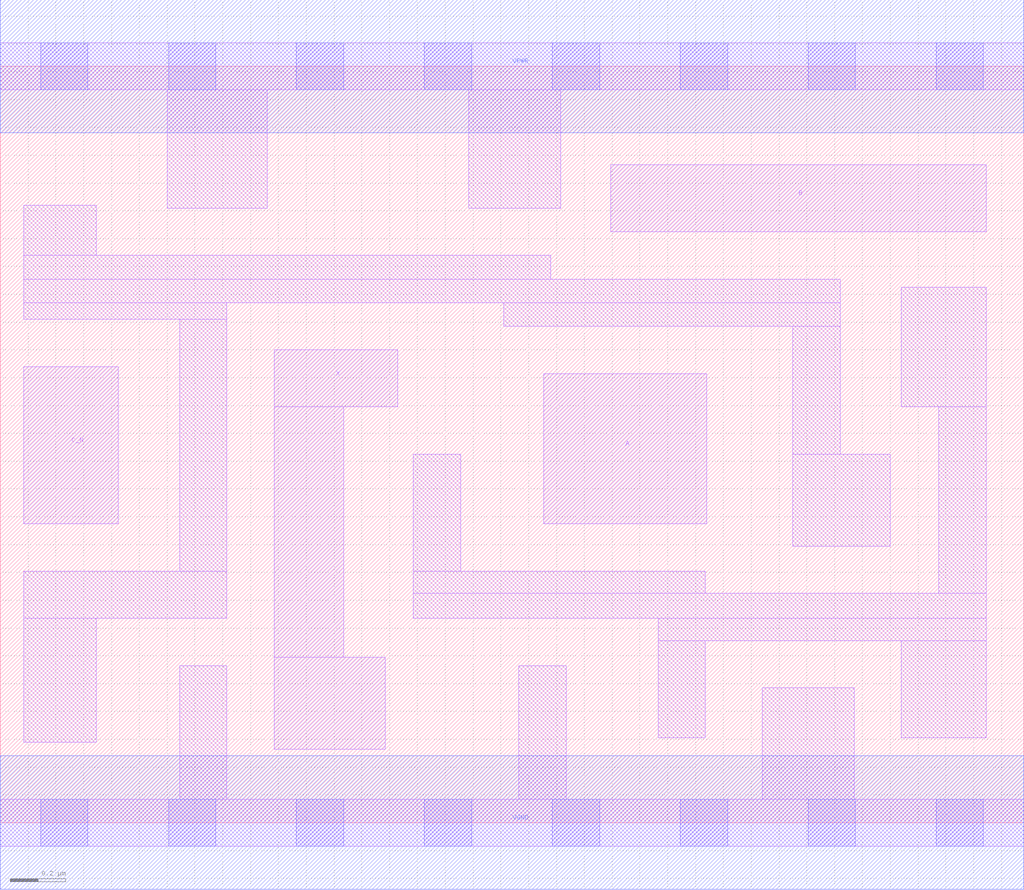
<source format=lef>
# Copyright 2020 The SkyWater PDK Authors
#
# Licensed under the Apache License, Version 2.0 (the "License");
# you may not use this file except in compliance with the License.
# You may obtain a copy of the License at
#
#     https://www.apache.org/licenses/LICENSE-2.0
#
# Unless required by applicable law or agreed to in writing, software
# distributed under the License is distributed on an "AS IS" BASIS,
# WITHOUT WARRANTIES OR CONDITIONS OF ANY KIND, either express or implied.
# See the License for the specific language governing permissions and
# limitations under the License.
#
# SPDX-License-Identifier: Apache-2.0

VERSION 5.7 ;
  NAMESCASESENSITIVE ON ;
  NOWIREEXTENSIONATPIN ON ;
  DIVIDERCHAR "/" ;
  BUSBITCHARS "[]" ;
UNITS
  DATABASE MICRONS 200 ;
END UNITS
PROPERTYDEFINITIONS
  MACRO maskLayoutSubType STRING ;
  MACRO prCellType STRING ;
  MACRO originalViewName STRING ;
END PROPERTYDEFINITIONS
MACRO sky130_fd_sc_hdll__or3b_2
  CLASS CORE ;
  FOREIGN sky130_fd_sc_hdll__or3b_2 ;
  ORIGIN  0.000000  0.000000 ;
  SIZE  3.680000 BY  2.720000 ;
  SYMMETRY X Y R90 ;
  SITE unithd ;
  PIN A
    ANTENNAGATEAREA  0.138600 ;
    DIRECTION INPUT ;
    USE SIGNAL ;
    PORT
      LAYER li1 ;
        RECT 1.955000 1.075000 2.540000 1.615000 ;
    END
  END A
  PIN B
    ANTENNAGATEAREA  0.138600 ;
    DIRECTION INPUT ;
    USE SIGNAL ;
    PORT
      LAYER li1 ;
        RECT 2.195000 2.125000 3.545000 2.365000 ;
    END
  END B
  PIN C_N
    ANTENNAGATEAREA  0.138600 ;
    DIRECTION INPUT ;
    USE SIGNAL ;
    PORT
      LAYER li1 ;
        RECT 0.085000 1.075000 0.425000 1.640000 ;
    END
  END C_N
  PIN X
    ANTENNADIFFAREA  0.741250 ;
    DIRECTION OUTPUT ;
    USE SIGNAL ;
    PORT
      LAYER li1 ;
        RECT 0.985000 0.265000 1.385000 0.595000 ;
        RECT 0.985000 0.595000 1.235000 1.495000 ;
        RECT 0.985000 1.495000 1.430000 1.700000 ;
    END
  END X
  PIN VGND
    DIRECTION INOUT ;
    USE GROUND ;
    PORT
      LAYER met1 ;
        RECT 0.000000 -0.240000 3.680000 0.240000 ;
    END
  END VGND
  PIN VPWR
    DIRECTION INOUT ;
    USE POWER ;
    PORT
      LAYER met1 ;
        RECT 0.000000 2.480000 3.680000 2.960000 ;
    END
  END VPWR
  OBS
    LAYER li1 ;
      RECT 0.000000 -0.085000 3.680000 0.085000 ;
      RECT 0.000000  2.635000 3.680000 2.805000 ;
      RECT 0.085000  0.290000 0.345000 0.735000 ;
      RECT 0.085000  0.735000 0.815000 0.905000 ;
      RECT 0.085000  1.810000 0.815000 1.870000 ;
      RECT 0.085000  1.870000 3.020000 1.955000 ;
      RECT 0.085000  1.955000 1.980000 2.040000 ;
      RECT 0.085000  2.040000 0.345000 2.220000 ;
      RECT 0.600000  2.210000 0.960000 2.635000 ;
      RECT 0.645000  0.085000 0.815000 0.565000 ;
      RECT 0.645000  0.905000 0.815000 1.810000 ;
      RECT 1.485000  0.735000 3.545000 0.825000 ;
      RECT 1.485000  0.825000 2.535000 0.905000 ;
      RECT 1.485000  0.905000 1.655000 1.325000 ;
      RECT 1.685000  2.210000 2.015000 2.635000 ;
      RECT 1.810000  1.785000 3.020000 1.870000 ;
      RECT 1.865000  0.085000 2.035000 0.565000 ;
      RECT 2.365000  0.305000 2.535000 0.655000 ;
      RECT 2.365000  0.655000 3.545000 0.735000 ;
      RECT 2.740000  0.085000 3.070000 0.485000 ;
      RECT 2.850000  0.995000 3.200000 1.325000 ;
      RECT 2.850000  1.325000 3.020000 1.785000 ;
      RECT 3.240000  0.305000 3.545000 0.655000 ;
      RECT 3.240000  1.495000 3.545000 1.925000 ;
      RECT 3.375000  0.825000 3.545000 1.495000 ;
    LAYER mcon ;
      RECT 0.145000 -0.085000 0.315000 0.085000 ;
      RECT 0.145000  2.635000 0.315000 2.805000 ;
      RECT 0.605000 -0.085000 0.775000 0.085000 ;
      RECT 0.605000  2.635000 0.775000 2.805000 ;
      RECT 1.065000 -0.085000 1.235000 0.085000 ;
      RECT 1.065000  2.635000 1.235000 2.805000 ;
      RECT 1.525000 -0.085000 1.695000 0.085000 ;
      RECT 1.525000  2.635000 1.695000 2.805000 ;
      RECT 1.985000 -0.085000 2.155000 0.085000 ;
      RECT 1.985000  2.635000 2.155000 2.805000 ;
      RECT 2.445000 -0.085000 2.615000 0.085000 ;
      RECT 2.445000  2.635000 2.615000 2.805000 ;
      RECT 2.905000 -0.085000 3.075000 0.085000 ;
      RECT 2.905000  2.635000 3.075000 2.805000 ;
      RECT 3.365000 -0.085000 3.535000 0.085000 ;
      RECT 3.365000  2.635000 3.535000 2.805000 ;
  END
  PROPERTY maskLayoutSubType "abstract" ;
  PROPERTY prCellType "standard" ;
  PROPERTY originalViewName "layout" ;
END sky130_fd_sc_hdll__or3b_2

</source>
